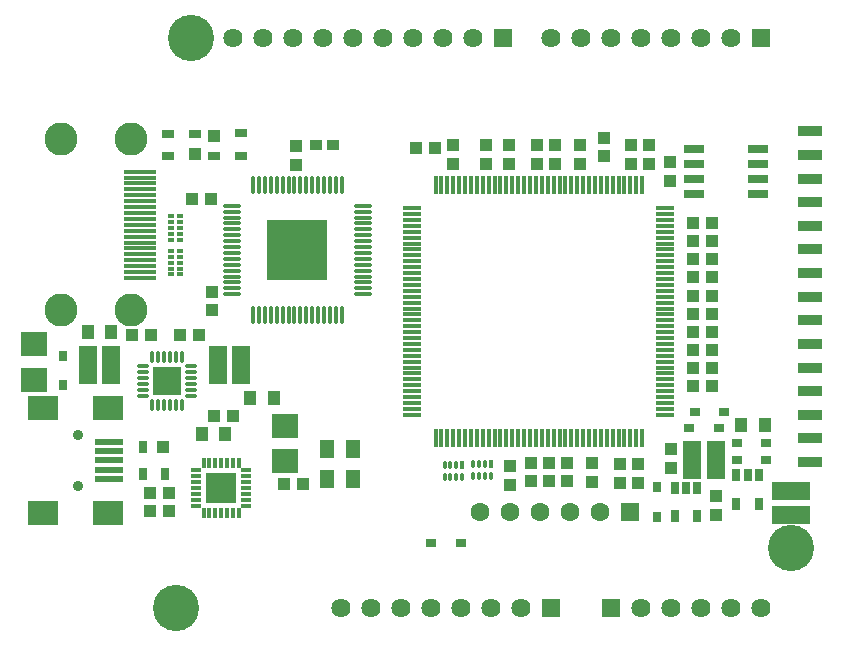
<source format=gts>
%FSLAX25Y25*%
%MOIN*%
G70*
G01*
G75*
G04 Layer_Color=8388736*
%ADD10O,0.03150X0.01181*%
%ADD11O,0.01181X0.03150*%
%ADD12R,0.09843X0.09843*%
%ADD13R,0.06102X0.02362*%
%ADD14R,0.10236X0.01102*%
%ADD15R,0.05906X0.01181*%
%ADD16R,0.01181X0.05906*%
%ADD17R,0.09843X0.07874*%
%ADD18R,0.09055X0.01969*%
%ADD19R,0.03937X0.03740*%
%ADD20R,0.01870X0.00787*%
%ADD21R,0.03937X0.03937*%
%ADD22R,0.02362X0.03937*%
%ADD23R,0.03937X0.02362*%
%ADD24R,0.03937X0.03937*%
%ADD25O,0.06102X0.00984*%
%ADD26O,0.00984X0.06102*%
%ADD27R,0.19685X0.19685*%
%ADD28R,0.03740X0.03937*%
%ADD29R,0.05512X0.12598*%
%ADD30R,0.03937X0.04724*%
%ADD31R,0.08661X0.07874*%
%ADD32R,0.04724X0.05512*%
%ADD33R,0.09055X0.09055*%
%ADD34O,0.01181X0.03543*%
%ADD35O,0.03543X0.01181*%
%ADD36R,0.02362X0.03150*%
%ADD37R,0.03543X0.03937*%
%ADD38R,0.00984X0.02362*%
%ADD39O,0.00984X0.02362*%
%ADD40R,0.03150X0.02362*%
%ADD41R,0.12598X0.05512*%
%ADD42R,0.02559X0.03543*%
%ADD43R,0.03937X0.03543*%
%ADD44R,0.07874X0.03150*%
%ADD45R,0.03543X0.03150*%
%ADD46C,0.00600*%
%ADD47C,0.01200*%
%ADD48C,0.01000*%
%ADD49C,0.00787*%
%ADD50C,0.00800*%
%ADD51C,0.02000*%
%ADD52C,0.01500*%
%ADD53C,0.15000*%
%ADD54R,0.06000X0.06000*%
%ADD55C,0.06000*%
%ADD56C,0.10600*%
%ADD57C,0.01969*%
%ADD58R,0.05906X0.05906*%
%ADD59C,0.05906*%
%ADD60C,0.02600*%
%ADD61C,0.04000*%
%ADD62R,0.07087X0.12205*%
%ADD63R,0.10236X0.02362*%
%ADD64R,0.14961X0.08268*%
%ADD65R,0.07874X0.17323*%
%ADD66C,0.14998*%
%ADD67C,0.05400*%
%ADD68C,0.10400*%
%ADD69C,0.05943*%
%ADD70C,0.03600*%
%ADD71R,0.05512X0.14173*%
%ADD72R,0.15748X0.08268*%
%ADD73R,0.12205X0.17716*%
%ADD74R,0.19685X0.02756*%
%ADD75R,0.02362X0.00984*%
%ADD76O,0.02362X0.00984*%
%ADD77O,0.04921X0.01772*%
%ADD78R,0.03740X0.03543*%
%ADD79R,0.03740X0.03543*%
%ADD80C,0.00984*%
%ADD81C,0.02362*%
%ADD82C,0.00394*%
%ADD83C,0.00591*%
%ADD84C,0.01181*%
%ADD85C,0.00700*%
%ADD86O,0.03550X0.01581*%
%ADD87O,0.01581X0.03550*%
%ADD88R,0.10243X0.10243*%
%ADD89R,0.06502X0.02762*%
%ADD90R,0.10636X0.01502*%
%ADD91R,0.06306X0.01581*%
%ADD92R,0.01581X0.06306*%
%ADD93R,0.10243X0.08274*%
%ADD94R,0.09455X0.02369*%
%ADD95R,0.04337X0.04140*%
%ADD96R,0.02270X0.01187*%
%ADD97R,0.04337X0.04337*%
%ADD98R,0.02762X0.04337*%
%ADD99R,0.04337X0.02762*%
%ADD100R,0.04337X0.04337*%
%ADD101O,0.06502X0.01384*%
%ADD102O,0.01384X0.06502*%
%ADD103R,0.20085X0.20085*%
%ADD104R,0.04140X0.04337*%
%ADD105R,0.05912X0.12998*%
%ADD106R,0.04337X0.05124*%
%ADD107R,0.09061X0.08274*%
%ADD108R,0.05124X0.05912*%
%ADD109R,0.09455X0.09455*%
%ADD110O,0.01581X0.03943*%
%ADD111O,0.03943X0.01581*%
%ADD112R,0.02762X0.03550*%
%ADD113R,0.03943X0.04337*%
%ADD114R,0.01384X0.02762*%
%ADD115O,0.01384X0.02762*%
%ADD116R,0.03550X0.02762*%
%ADD117R,0.12998X0.05912*%
%ADD118R,0.02959X0.03943*%
%ADD119R,0.04337X0.03943*%
%ADD120R,0.08274X0.03550*%
%ADD121R,0.03943X0.03550*%
%ADD122C,0.15400*%
%ADD123R,0.06400X0.06400*%
%ADD124C,0.06400*%
%ADD125C,0.11000*%
%ADD126C,0.03543*%
%ADD127R,0.06306X0.06306*%
%ADD128C,0.06306*%
D86*
X207852Y241036D02*
D03*
Y239067D02*
D03*
Y237099D02*
D03*
Y235130D02*
D03*
Y233161D02*
D03*
Y231193D02*
D03*
Y229224D02*
D03*
X224388D02*
D03*
Y231193D02*
D03*
Y233161D02*
D03*
Y235130D02*
D03*
Y237099D02*
D03*
Y239067D02*
D03*
Y241036D02*
D03*
D87*
X210214Y226862D02*
D03*
X212183D02*
D03*
X214152D02*
D03*
X216120D02*
D03*
X218089D02*
D03*
X220057D02*
D03*
X222025D02*
D03*
Y243398D02*
D03*
X220057D02*
D03*
X218089D02*
D03*
X216120D02*
D03*
X214152D02*
D03*
X212183D02*
D03*
X210214D02*
D03*
D88*
X216120Y235130D02*
D03*
D89*
X373708Y348131D02*
D03*
Y343131D02*
D03*
Y338131D02*
D03*
Y333131D02*
D03*
X394968Y348131D02*
D03*
Y343131D02*
D03*
Y338131D02*
D03*
Y333131D02*
D03*
D90*
X189200Y305183D02*
D03*
Y307152D02*
D03*
Y309120D02*
D03*
Y311089D02*
D03*
Y313057D02*
D03*
Y315026D02*
D03*
Y316995D02*
D03*
Y318963D02*
D03*
Y320932D02*
D03*
Y322900D02*
D03*
Y324868D02*
D03*
Y326837D02*
D03*
Y328805D02*
D03*
Y330774D02*
D03*
Y332743D02*
D03*
Y334711D02*
D03*
Y336680D02*
D03*
Y338648D02*
D03*
Y340616D02*
D03*
D91*
X364126Y259551D02*
D03*
Y261520D02*
D03*
Y263488D02*
D03*
Y265457D02*
D03*
Y267425D02*
D03*
Y269394D02*
D03*
Y271362D02*
D03*
Y273331D02*
D03*
Y275299D02*
D03*
Y277268D02*
D03*
Y279236D02*
D03*
Y281205D02*
D03*
Y283173D02*
D03*
Y285142D02*
D03*
Y287110D02*
D03*
Y289079D02*
D03*
Y291047D02*
D03*
Y293016D02*
D03*
Y294984D02*
D03*
Y296953D02*
D03*
Y298921D02*
D03*
Y300890D02*
D03*
Y302858D02*
D03*
Y304827D02*
D03*
Y306795D02*
D03*
Y308764D02*
D03*
Y310732D02*
D03*
Y312701D02*
D03*
Y314669D02*
D03*
Y316638D02*
D03*
Y318606D02*
D03*
Y320575D02*
D03*
Y322543D02*
D03*
Y324512D02*
D03*
Y326480D02*
D03*
Y328449D02*
D03*
X279874D02*
D03*
Y326480D02*
D03*
Y324512D02*
D03*
Y322543D02*
D03*
Y320575D02*
D03*
Y318606D02*
D03*
Y316638D02*
D03*
Y314669D02*
D03*
Y312701D02*
D03*
Y310732D02*
D03*
Y308764D02*
D03*
Y306795D02*
D03*
Y304827D02*
D03*
Y302858D02*
D03*
Y300890D02*
D03*
Y298921D02*
D03*
Y296953D02*
D03*
Y294984D02*
D03*
Y293016D02*
D03*
Y291047D02*
D03*
Y289079D02*
D03*
Y287110D02*
D03*
Y285142D02*
D03*
Y283173D02*
D03*
Y281205D02*
D03*
Y279236D02*
D03*
Y277268D02*
D03*
Y275299D02*
D03*
Y273331D02*
D03*
Y271362D02*
D03*
Y269394D02*
D03*
Y267425D02*
D03*
Y265457D02*
D03*
Y263488D02*
D03*
Y261520D02*
D03*
Y259551D02*
D03*
D92*
X356449Y336126D02*
D03*
X354480D02*
D03*
X352512D02*
D03*
X350543D02*
D03*
X348575D02*
D03*
X346606D02*
D03*
X344638D02*
D03*
X342669D02*
D03*
X340701D02*
D03*
X338732D02*
D03*
X336764D02*
D03*
X334795D02*
D03*
X332827D02*
D03*
X330858D02*
D03*
X328890D02*
D03*
X326921D02*
D03*
X324953D02*
D03*
X322984D02*
D03*
X321016D02*
D03*
X319047D02*
D03*
X317079D02*
D03*
X315110D02*
D03*
X313142D02*
D03*
X311173D02*
D03*
X309205D02*
D03*
X307236D02*
D03*
X305268D02*
D03*
X303299D02*
D03*
X301331D02*
D03*
X299362D02*
D03*
X297394D02*
D03*
X295425D02*
D03*
X293457D02*
D03*
X291488D02*
D03*
X289520D02*
D03*
X287551D02*
D03*
Y251874D02*
D03*
X289520D02*
D03*
X291488D02*
D03*
X293457D02*
D03*
X295425D02*
D03*
X297394D02*
D03*
X299362D02*
D03*
X301331D02*
D03*
X303299D02*
D03*
X305268D02*
D03*
X307236D02*
D03*
X309205D02*
D03*
X311173D02*
D03*
X313142D02*
D03*
X315110D02*
D03*
X317079D02*
D03*
X319047D02*
D03*
X321016D02*
D03*
X322984D02*
D03*
X324953D02*
D03*
X326921D02*
D03*
X328890D02*
D03*
X330858D02*
D03*
X332827D02*
D03*
X334795D02*
D03*
X336764D02*
D03*
X338732D02*
D03*
X340701D02*
D03*
X342669D02*
D03*
X344638D02*
D03*
X346606D02*
D03*
X348575D02*
D03*
X350543D02*
D03*
X352512D02*
D03*
X354480D02*
D03*
X356449D02*
D03*
D93*
X156673Y226810D02*
D03*
Y261850D02*
D03*
X178326Y226810D02*
D03*
Y261850D02*
D03*
D94*
X178720Y250531D02*
D03*
Y244330D02*
D03*
Y238031D02*
D03*
Y247480D02*
D03*
Y241180D02*
D03*
D95*
X241000Y342850D02*
D03*
Y349150D02*
D03*
X213000Y294350D02*
D03*
Y300650D02*
D03*
X312364Y242347D02*
D03*
Y236048D02*
D03*
X331359Y237350D02*
D03*
Y243649D02*
D03*
X325239D02*
D03*
Y237350D02*
D03*
X319269Y243649D02*
D03*
Y237350D02*
D03*
X339769Y243547D02*
D03*
Y237248D02*
D03*
X349000Y243150D02*
D03*
Y236850D02*
D03*
X355000Y243150D02*
D03*
Y236850D02*
D03*
X381200Y226250D02*
D03*
Y232550D02*
D03*
X366000Y248150D02*
D03*
Y241850D02*
D03*
X304351Y343094D02*
D03*
Y349393D02*
D03*
X321351Y343191D02*
D03*
Y349490D02*
D03*
X327458Y343192D02*
D03*
Y349491D02*
D03*
X335829Y343159D02*
D03*
Y349458D02*
D03*
X343553Y345691D02*
D03*
Y351990D02*
D03*
X365761Y343790D02*
D03*
Y337491D02*
D03*
D96*
X199220Y314230D02*
D03*
Y312262D02*
D03*
Y310293D02*
D03*
Y308325D02*
D03*
Y306356D02*
D03*
X202271D02*
D03*
Y308325D02*
D03*
Y310293D02*
D03*
Y312262D02*
D03*
Y314230D02*
D03*
X199220Y325730D02*
D03*
Y323762D02*
D03*
Y321793D02*
D03*
Y319825D02*
D03*
Y317856D02*
D03*
X202271D02*
D03*
Y319825D02*
D03*
Y321793D02*
D03*
Y323762D02*
D03*
Y325730D02*
D03*
D97*
X196673Y248758D02*
D03*
D98*
X189980D02*
D03*
Y239702D02*
D03*
X197460D02*
D03*
D99*
X198302Y345740D02*
D03*
Y353220D02*
D03*
X207358D02*
D03*
X213642Y345880D02*
D03*
X222698D02*
D03*
Y353360D02*
D03*
D100*
X207358Y346527D02*
D03*
X213642Y352573D02*
D03*
D101*
X219748Y329264D02*
D03*
Y327295D02*
D03*
Y325327D02*
D03*
Y323358D02*
D03*
Y321390D02*
D03*
Y319421D02*
D03*
Y317453D02*
D03*
Y315484D02*
D03*
Y313516D02*
D03*
Y311547D02*
D03*
Y309579D02*
D03*
Y307610D02*
D03*
Y305642D02*
D03*
Y303673D02*
D03*
Y301705D02*
D03*
Y299736D02*
D03*
X263252D02*
D03*
Y301705D02*
D03*
Y303673D02*
D03*
Y305642D02*
D03*
Y307610D02*
D03*
Y309579D02*
D03*
Y311547D02*
D03*
Y313516D02*
D03*
Y315484D02*
D03*
Y317453D02*
D03*
Y319421D02*
D03*
Y321390D02*
D03*
Y323358D02*
D03*
Y325327D02*
D03*
Y327295D02*
D03*
Y329264D02*
D03*
D102*
X226736Y292748D02*
D03*
X228705D02*
D03*
X230673D02*
D03*
X232642D02*
D03*
X234610D02*
D03*
X236579D02*
D03*
X238547D02*
D03*
X240516D02*
D03*
X242484D02*
D03*
X244453D02*
D03*
X246421D02*
D03*
X248390D02*
D03*
X250358D02*
D03*
X252327D02*
D03*
X254295D02*
D03*
X256264D02*
D03*
Y336252D02*
D03*
X254295D02*
D03*
X252327D02*
D03*
X250358D02*
D03*
X248390D02*
D03*
X246421D02*
D03*
X244453D02*
D03*
X242484D02*
D03*
X240516D02*
D03*
X238547D02*
D03*
X236579D02*
D03*
X234610D02*
D03*
X232642D02*
D03*
X230673D02*
D03*
X228705D02*
D03*
X226736D02*
D03*
D103*
X241500Y314500D02*
D03*
D104*
X212650Y331500D02*
D03*
X206350D02*
D03*
X208650Y286000D02*
D03*
X202350D02*
D03*
X237070Y236340D02*
D03*
X243370D02*
D03*
X213850Y259000D02*
D03*
X220150D02*
D03*
X198650Y233500D02*
D03*
X192350D02*
D03*
X192750Y286300D02*
D03*
X186450D02*
D03*
D105*
X222874Y276300D02*
D03*
X215000D02*
D03*
X171626D02*
D03*
X179500D02*
D03*
X373126Y244500D02*
D03*
X381000D02*
D03*
D106*
X233637Y265100D02*
D03*
X225763D02*
D03*
X209563Y253000D02*
D03*
X217437D02*
D03*
X179437Y287300D02*
D03*
X171563D02*
D03*
X397237Y256000D02*
D03*
X389363D02*
D03*
D107*
X237500Y244094D02*
D03*
Y255906D02*
D03*
X153600Y271195D02*
D03*
Y283005D02*
D03*
D108*
X259900Y238000D02*
D03*
Y248000D02*
D03*
X251239D02*
D03*
Y238000D02*
D03*
D109*
X198000Y270800D02*
D03*
D110*
X202921Y262729D02*
D03*
X200953D02*
D03*
X198984D02*
D03*
X197016D02*
D03*
X195047D02*
D03*
X193079D02*
D03*
Y278871D02*
D03*
X195047D02*
D03*
X197016D02*
D03*
X198984D02*
D03*
X200953D02*
D03*
X202921D02*
D03*
D111*
X189929Y265879D02*
D03*
Y267847D02*
D03*
Y269816D02*
D03*
Y271784D02*
D03*
Y273753D02*
D03*
Y275721D02*
D03*
X206071D02*
D03*
Y273753D02*
D03*
Y271784D02*
D03*
Y269816D02*
D03*
Y267847D02*
D03*
Y265879D02*
D03*
D112*
X163300Y269357D02*
D03*
Y279200D02*
D03*
X361500Y235343D02*
D03*
Y225500D02*
D03*
D113*
X192350Y227500D02*
D03*
X198650D02*
D03*
X373350Y323500D02*
D03*
X379650D02*
D03*
X373350Y317500D02*
D03*
X379650D02*
D03*
X373350Y311500D02*
D03*
X379650D02*
D03*
X373350Y305500D02*
D03*
X379650D02*
D03*
X373350Y299200D02*
D03*
X379650D02*
D03*
X373350Y293200D02*
D03*
X379650D02*
D03*
X373350Y287200D02*
D03*
X379650D02*
D03*
X373350Y281200D02*
D03*
X379650D02*
D03*
X373350Y275200D02*
D03*
X379650D02*
D03*
X373350Y269200D02*
D03*
X379650D02*
D03*
X281115Y348556D02*
D03*
X287414D02*
D03*
D114*
X296472Y242821D02*
D03*
X305972Y243119D02*
D03*
D115*
X294503Y242821D02*
D03*
X292535D02*
D03*
X290566D02*
D03*
X296472Y238884D02*
D03*
X294503D02*
D03*
X292535D02*
D03*
X290566D02*
D03*
X304003Y243119D02*
D03*
X302035D02*
D03*
X300066D02*
D03*
X305972Y239182D02*
D03*
X304003D02*
D03*
X302035D02*
D03*
X300066D02*
D03*
D116*
X286200Y216700D02*
D03*
X296042D02*
D03*
X374000Y260500D02*
D03*
X383842D02*
D03*
X372158Y255000D02*
D03*
X382000D02*
D03*
X397843Y250000D02*
D03*
X388000D02*
D03*
X397843Y244600D02*
D03*
X388000D02*
D03*
D117*
X406200Y234174D02*
D03*
Y226300D02*
D03*
D118*
X395340Y239424D02*
D03*
X391600D02*
D03*
X387860D02*
D03*
Y229976D02*
D03*
X395340D02*
D03*
X374740Y235224D02*
D03*
X371000D02*
D03*
X367260D02*
D03*
Y225776D02*
D03*
X374740D02*
D03*
D119*
X293351Y343070D02*
D03*
Y349369D02*
D03*
X311900Y349350D02*
D03*
Y343050D02*
D03*
X352861Y343046D02*
D03*
Y349346D02*
D03*
X358861Y343039D02*
D03*
Y349338D02*
D03*
D120*
X412400Y354036D02*
D03*
Y330414D02*
D03*
Y322540D02*
D03*
Y314666D02*
D03*
Y306792D02*
D03*
Y298918D02*
D03*
Y291044D02*
D03*
Y283170D02*
D03*
Y275296D02*
D03*
Y267422D02*
D03*
Y259548D02*
D03*
Y251674D02*
D03*
Y243800D02*
D03*
Y338288D02*
D03*
Y346162D02*
D03*
D121*
X247744Y349500D02*
D03*
X253256D02*
D03*
D122*
X406000Y215000D02*
D03*
X201000Y195000D02*
D03*
X206000Y385000D02*
D03*
D123*
X346000Y195000D02*
D03*
X310000Y385000D02*
D03*
X396000D02*
D03*
X326000Y195000D02*
D03*
D124*
X356000D02*
D03*
X366000D02*
D03*
X376000D02*
D03*
X386000D02*
D03*
X396000D02*
D03*
X300000Y385000D02*
D03*
X290000D02*
D03*
X280000D02*
D03*
X270000D02*
D03*
X260000D02*
D03*
X250000D02*
D03*
X240000D02*
D03*
X230000D02*
D03*
X220000D02*
D03*
X366000D02*
D03*
X356000D02*
D03*
X346000D02*
D03*
X336000D02*
D03*
X326000D02*
D03*
X386000D02*
D03*
X376000D02*
D03*
X296000Y195000D02*
D03*
X286000D02*
D03*
X276000D02*
D03*
X266000D02*
D03*
X256000D02*
D03*
X316000D02*
D03*
X306000D02*
D03*
D125*
X162743Y351443D02*
D03*
X186208D02*
D03*
Y294357D02*
D03*
X162743D02*
D03*
D126*
X168484Y235669D02*
D03*
Y252991D02*
D03*
D127*
X352306Y227178D02*
D03*
D128*
X342306D02*
D03*
X332306D02*
D03*
X322306D02*
D03*
X312306D02*
D03*
X302306D02*
D03*
M02*

</source>
